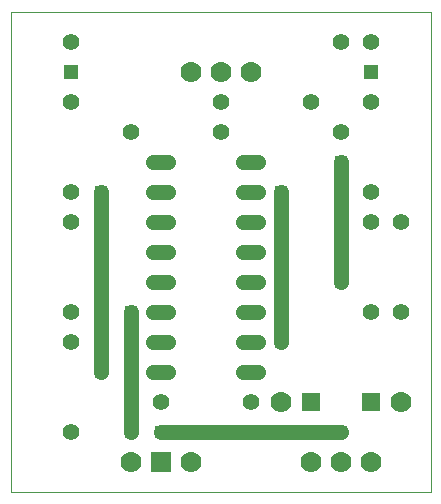
<source format=gtl>
G75*
%MOIN*%
%OFA0B0*%
%FSLAX25Y25*%
%IPPOS*%
%LPD*%
%AMOC8*
5,1,8,0,0,1.08239X$1,22.5*
%
%ADD10C,0.00000*%
%ADD11C,0.07000*%
%ADD12R,0.06300X0.06300*%
%ADD13C,0.05543*%
%ADD14R,0.04756X0.04756*%
%ADD15C,0.05150*%
%ADD16R,0.07000X0.07000*%
%ADD17C,0.05000*%
%ADD18R,0.03962X0.03962*%
D10*
X0058897Y0040501D02*
X0198897Y0040501D01*
X0198897Y0200501D01*
X0058897Y0200501D01*
X0058897Y0040501D01*
D11*
X0098897Y0050501D03*
X0118897Y0050501D03*
X0148897Y0070501D03*
X0158897Y0050501D03*
X0168897Y0050501D03*
X0178897Y0050501D03*
X0188897Y0070501D03*
X0138897Y0180501D03*
X0128897Y0180501D03*
X0118897Y0180501D03*
D12*
X0158897Y0070501D03*
X0178897Y0070501D03*
D13*
X0178897Y0100501D03*
X0188897Y0100501D03*
X0188897Y0130501D03*
X0178897Y0130501D03*
X0178897Y0140501D03*
X0168897Y0160501D03*
X0178897Y0170501D03*
X0158897Y0170501D03*
X0168897Y0190501D03*
X0178897Y0190501D03*
X0128897Y0170501D03*
X0128897Y0160501D03*
X0098897Y0160501D03*
X0078897Y0170501D03*
X0078897Y0190501D03*
X0078897Y0140501D03*
X0078897Y0130501D03*
X0078897Y0100501D03*
X0078897Y0090501D03*
X0108897Y0070501D03*
X0138897Y0070501D03*
X0078897Y0060501D03*
D14*
X0078897Y0180501D03*
X0178897Y0180501D03*
D15*
X0141472Y0150501D02*
X0136323Y0150501D01*
X0136323Y0140501D02*
X0141472Y0140501D01*
X0141472Y0130501D02*
X0136323Y0130501D01*
X0136323Y0120501D02*
X0141472Y0120501D01*
X0141472Y0110501D02*
X0136323Y0110501D01*
X0136323Y0100501D02*
X0141472Y0100501D01*
X0141472Y0090501D02*
X0136323Y0090501D01*
X0136323Y0080501D02*
X0141472Y0080501D01*
X0111472Y0080501D02*
X0106323Y0080501D01*
X0106323Y0090501D02*
X0111472Y0090501D01*
X0111472Y0100501D02*
X0106323Y0100501D01*
X0106323Y0110501D02*
X0111472Y0110501D01*
X0111472Y0120501D02*
X0106323Y0120501D01*
X0106323Y0130501D02*
X0111472Y0130501D01*
X0111472Y0140501D02*
X0106323Y0140501D01*
X0106323Y0150501D02*
X0111472Y0150501D01*
D16*
X0108897Y0050501D03*
D17*
X0108897Y0060501D02*
X0168897Y0060501D01*
X0148897Y0090501D02*
X0148897Y0140501D01*
X0168897Y0150501D02*
X0168897Y0110501D01*
X0098897Y0100501D02*
X0098897Y0060501D01*
X0088897Y0080501D02*
X0088897Y0140501D01*
D18*
X0088897Y0140501D03*
X0098897Y0100501D03*
X0088897Y0080501D03*
X0098897Y0060501D03*
X0108897Y0060501D03*
X0148897Y0090501D03*
X0168897Y0110501D03*
X0148897Y0140501D03*
X0168897Y0150501D03*
X0168897Y0060501D03*
M02*

</source>
